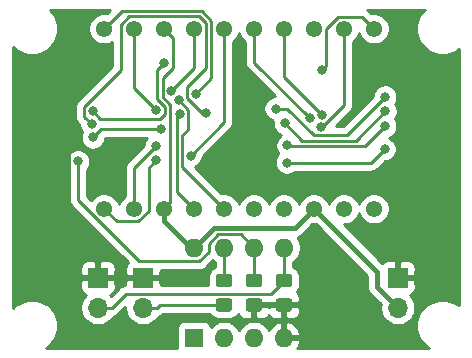
<source format=gbr>
%TF.GenerationSoftware,KiCad,Pcbnew,(5.1.6)-1*%
%TF.CreationDate,2021-03-31T10:32:31-04:00*%
%TF.ProjectId,Turbo-Display-V2,54757262-6f2d-4446-9973-706c61792d56,rev?*%
%TF.SameCoordinates,Original*%
%TF.FileFunction,Copper,L2,Bot*%
%TF.FilePolarity,Positive*%
%FSLAX46Y46*%
G04 Gerber Fmt 4.6, Leading zero omitted, Abs format (unit mm)*
G04 Created by KiCad (PCBNEW (5.1.6)-1) date 2021-03-31 10:32:31*
%MOMM*%
%LPD*%
G01*
G04 APERTURE LIST*
%TA.AperFunction,ComponentPad*%
%ADD10C,1.381000*%
%TD*%
%TA.AperFunction,ComponentPad*%
%ADD11O,1.700000X1.700000*%
%TD*%
%TA.AperFunction,ComponentPad*%
%ADD12R,1.700000X1.700000*%
%TD*%
%TA.AperFunction,ComponentPad*%
%ADD13R,1.600000X1.600000*%
%TD*%
%TA.AperFunction,ComponentPad*%
%ADD14O,1.600000X1.600000*%
%TD*%
%TA.AperFunction,ViaPad*%
%ADD15C,0.800000*%
%TD*%
%TA.AperFunction,Conductor*%
%ADD16C,0.250000*%
%TD*%
%TA.AperFunction,Conductor*%
%ADD17C,0.400000*%
%TD*%
%TA.AperFunction,Conductor*%
%ADD18C,0.254000*%
%TD*%
G04 APERTURE END LIST*
%TO.P,C3,1*%
%TO.N,GND*%
%TA.AperFunction,SMDPad,CuDef*%
G36*
G01*
X101542001Y-99390000D02*
X100641999Y-99390000D01*
G75*
G02*
X100392000Y-99140001I0J249999D01*
G01*
X100392000Y-98489999D01*
G75*
G02*
X100641999Y-98240000I249999J0D01*
G01*
X101542001Y-98240000D01*
G75*
G02*
X101792000Y-98489999I0J-249999D01*
G01*
X101792000Y-99140001D01*
G75*
G02*
X101542001Y-99390000I-249999J0D01*
G01*
G37*
%TD.AperFunction*%
%TO.P,C3,2*%
%TO.N,Net-(C3-Pad2)*%
%TA.AperFunction,SMDPad,CuDef*%
G36*
G01*
X101542001Y-97340000D02*
X100641999Y-97340000D01*
G75*
G02*
X100392000Y-97090001I0J249999D01*
G01*
X100392000Y-96439999D01*
G75*
G02*
X100641999Y-96190000I249999J0D01*
G01*
X101542001Y-96190000D01*
G75*
G02*
X101792000Y-96439999I0J-249999D01*
G01*
X101792000Y-97090001D01*
G75*
G02*
X101542001Y-97340000I-249999J0D01*
G01*
G37*
%TD.AperFunction*%
%TD*%
D10*
%TO.P,DS1_LSB1,1*%
%TO.N,Net-(DS1_LSB1-Pad1)*%
X88392000Y-75438000D03*
%TO.P,DS1_LSB1,2*%
%TO.N,Net-(DS1_LSB1-Pad2)*%
X90932000Y-75438000D03*
%TO.P,DS1_LSB1,3*%
%TO.N,+5V*%
X93472000Y-75438000D03*
%TO.P,DS1_LSB1,4*%
%TO.N,Net-(DS1_LSB1-Pad4)*%
X96012000Y-75438000D03*
%TO.P,DS1_LSB1,5*%
%TO.N,Net-(DS1_LSB1-Pad5)*%
X98552000Y-75438000D03*
%TO.P,DS1_LSB1,6*%
%TO.N,Net-(DS1_LSB1-Pad6)*%
X98552000Y-90678000D03*
%TO.P,DS1_LSB1,7*%
%TO.N,Net-(DS1_LSB1-Pad7)*%
X96012000Y-90678000D03*
%TO.P,DS1_LSB1,8*%
%TO.N,+5V*%
X93472000Y-90678000D03*
%TO.P,DS1_LSB1,9*%
%TO.N,Net-(DS1_LSB1-Pad9)*%
X90932000Y-90678000D03*
%TO.P,DS1_LSB1,10*%
%TO.N,Net-(DS1_LSB1-Pad10)*%
X88392000Y-90678000D03*
%TD*%
%TO.P,DS2_MSB1,10*%
%TO.N,Net-(DS2_MSB1-Pad10)*%
X101092000Y-90678000D03*
%TO.P,DS2_MSB1,9*%
%TO.N,Net-(DS2_MSB1-Pad9)*%
X103632000Y-90678000D03*
%TO.P,DS2_MSB1,8*%
%TO.N,+5V*%
X106172000Y-90678000D03*
%TO.P,DS2_MSB1,7*%
%TO.N,Net-(DS2_MSB1-Pad7)*%
X108712000Y-90678000D03*
%TO.P,DS2_MSB1,6*%
%TO.N,Net-(DS2_MSB1-Pad6)*%
X111252000Y-90678000D03*
%TO.P,DS2_MSB1,5*%
%TO.N,Net-(DS2_MSB1-Pad5)*%
X111252000Y-75438000D03*
%TO.P,DS2_MSB1,4*%
%TO.N,Net-(DS2_MSB1-Pad4)*%
X108712000Y-75438000D03*
%TO.P,DS2_MSB1,3*%
%TO.N,+5V*%
X106172000Y-75438000D03*
%TO.P,DS2_MSB1,2*%
%TO.N,Net-(DS2_MSB1-Pad2)*%
X103632000Y-75438000D03*
%TO.P,DS2_MSB1,1*%
%TO.N,Net-(DS2_MSB1-Pad1)*%
X101092000Y-75438000D03*
%TD*%
D11*
%TO.P,J1,2*%
%TO.N,+5V*%
X113284000Y-99060000D03*
D12*
%TO.P,J1,1*%
%TO.N,GND*%
X113284000Y-96520000D03*
%TD*%
%TO.P,J2,1*%
%TO.N,GND*%
X87884000Y-96520000D03*
D11*
%TO.P,J2,2*%
%TO.N,Net-(J2-Pad2)*%
X87884000Y-99060000D03*
%TD*%
D12*
%TO.P,J3,1*%
%TO.N,GND*%
X91694000Y-96520000D03*
D11*
%TO.P,J3,2*%
%TO.N,Net-(J3-Pad2)*%
X91694000Y-99060000D03*
%TD*%
%TO.P,R1,1*%
%TO.N,Net-(J2-Pad2)*%
%TA.AperFunction,SMDPad,CuDef*%
G36*
G01*
X103181999Y-96190000D02*
X104082001Y-96190000D01*
G75*
G02*
X104332000Y-96439999I0J-249999D01*
G01*
X104332000Y-97090001D01*
G75*
G02*
X104082001Y-97340000I-249999J0D01*
G01*
X103181999Y-97340000D01*
G75*
G02*
X102932000Y-97090001I0J249999D01*
G01*
X102932000Y-96439999D01*
G75*
G02*
X103181999Y-96190000I249999J0D01*
G01*
G37*
%TD.AperFunction*%
%TO.P,R1,2*%
%TO.N,GND*%
%TA.AperFunction,SMDPad,CuDef*%
G36*
G01*
X103181999Y-98240000D02*
X104082001Y-98240000D01*
G75*
G02*
X104332000Y-98489999I0J-249999D01*
G01*
X104332000Y-99140001D01*
G75*
G02*
X104082001Y-99390000I-249999J0D01*
G01*
X103181999Y-99390000D01*
G75*
G02*
X102932000Y-99140001I0J249999D01*
G01*
X102932000Y-98489999D01*
G75*
G02*
X103181999Y-98240000I249999J0D01*
G01*
G37*
%TD.AperFunction*%
%TD*%
%TO.P,R2,2*%
%TO.N,Net-(R2-Pad2)*%
%TA.AperFunction,SMDPad,CuDef*%
G36*
G01*
X99002001Y-97340000D02*
X98101999Y-97340000D01*
G75*
G02*
X97852000Y-97090001I0J249999D01*
G01*
X97852000Y-96439999D01*
G75*
G02*
X98101999Y-96190000I249999J0D01*
G01*
X99002001Y-96190000D01*
G75*
G02*
X99252000Y-96439999I0J-249999D01*
G01*
X99252000Y-97090001D01*
G75*
G02*
X99002001Y-97340000I-249999J0D01*
G01*
G37*
%TD.AperFunction*%
%TO.P,R2,1*%
%TO.N,Net-(J3-Pad2)*%
%TA.AperFunction,SMDPad,CuDef*%
G36*
G01*
X99002001Y-99390000D02*
X98101999Y-99390000D01*
G75*
G02*
X97852000Y-99140001I0J249999D01*
G01*
X97852000Y-98489999D01*
G75*
G02*
X98101999Y-98240000I249999J0D01*
G01*
X99002001Y-98240000D01*
G75*
G02*
X99252000Y-98489999I0J-249999D01*
G01*
X99252000Y-99140001D01*
G75*
G02*
X99002001Y-99390000I-249999J0D01*
G01*
G37*
%TD.AperFunction*%
%TD*%
D13*
%TO.P,U1,1*%
%TO.N,Net-(U1-Pad1)*%
X96012000Y-101600000D03*
D14*
%TO.P,U1,5*%
%TO.N,Net-(J2-Pad2)*%
X103632000Y-93980000D03*
%TO.P,U1,2*%
%TO.N,Net-(U1-Pad2)*%
X98552000Y-101600000D03*
%TO.P,U1,6*%
%TO.N,Net-(C3-Pad2)*%
X101092000Y-93980000D03*
%TO.P,U1,3*%
%TO.N,Net-(U1-Pad3)*%
X101092000Y-101600000D03*
%TO.P,U1,7*%
%TO.N,Net-(R2-Pad2)*%
X98552000Y-93980000D03*
%TO.P,U1,4*%
%TO.N,GND*%
X103632000Y-101600000D03*
%TO.P,U1,8*%
%TO.N,+5V*%
X96012000Y-93980000D03*
%TD*%
D15*
%TO.N,GND*%
X87433800Y-79214800D03*
X85473300Y-83666100D03*
%TO.N,Net-(C3-Pad2)*%
X86200500Y-86676000D03*
%TO.N,Net-(DS1_LSB1-Pad1)*%
X96183900Y-80936500D03*
%TO.N,Net-(DS1_LSB1-Pad2)*%
X92807800Y-82341600D03*
%TO.N,Net-(DS1_LSB1-Pad4)*%
X94101400Y-80695400D03*
%TO.N,Net-(DS1_LSB1-Pad5)*%
X95727700Y-86173900D03*
%TO.N,Net-(DS1_LSB1-Pad6)*%
X94715000Y-81496700D03*
%TO.N,Net-(DS1_LSB1-Pad7)*%
X94803000Y-82639400D03*
%TO.N,Net-(DS1_LSB1-Pad9)*%
X92804200Y-85339800D03*
%TO.N,Net-(DS1_LSB1-Pad10)*%
X92832500Y-86587400D03*
%TO.N,Net-(DS2_MSB1-Pad5)*%
X106830300Y-78907300D03*
%TO.N,Net-(DS2_MSB1-Pad4)*%
X106792600Y-83730400D03*
%TO.N,Net-(DS2_MSB1-Pad2)*%
X106822300Y-82730000D03*
%TO.N,Net-(DS2_MSB1-Pad1)*%
X105802600Y-83028200D03*
%TO.N,Net-(RN1-Pad4)*%
X93260800Y-83928100D03*
X87444000Y-84639000D03*
%TO.N,Net-(RN1-Pad5)*%
X97050200Y-82535500D03*
X87348900Y-83531000D03*
%TO.N,Net-(RN1-Pad6)*%
X93458400Y-78324000D03*
X87437300Y-82423000D03*
%TO.N,Net-(RN2-Pad7)*%
X103879900Y-86765200D03*
X112151100Y-85620900D03*
%TO.N,Net-(RN2-Pad6)*%
X103922700Y-85311800D03*
X112193100Y-83693000D03*
%TO.N,Net-(RN2-Pad5)*%
X103726400Y-83457200D03*
X112223200Y-82423000D03*
%TO.N,Net-(RN2-Pad4)*%
X102930700Y-82198200D03*
X112194600Y-81192000D03*
%TD*%
D16*
%TO.N,+5V*%
X93472000Y-75438000D02*
X94230400Y-76196400D01*
X94230400Y-76196400D02*
X94230400Y-78759400D01*
X94230400Y-78759400D02*
X93376000Y-79613800D01*
X93376000Y-79613800D02*
X93376000Y-81247000D01*
X93376000Y-81247000D02*
X93987300Y-81858300D01*
X93987300Y-90517000D02*
X93830800Y-90673500D01*
X93826300Y-90678000D02*
X93830800Y-90673500D01*
D17*
X113284000Y-99060000D02*
X111506000Y-97282000D01*
X111506000Y-96012000D02*
X106172000Y-90678000D01*
X111506000Y-97282000D02*
X111506000Y-96012000D01*
X104528410Y-92321590D02*
X106172000Y-90678000D01*
X97670410Y-92321590D02*
X104528410Y-92321590D01*
X96012000Y-93980000D02*
X97670410Y-92321590D01*
X93472000Y-90678000D02*
X93472000Y-91694000D01*
X95758000Y-93980000D02*
X96012000Y-93980000D01*
X93472000Y-91694000D02*
X95758000Y-93980000D01*
D16*
X93985801Y-90164199D02*
X93472000Y-90678000D01*
X93987300Y-83812700D02*
X93985801Y-83814199D01*
X93985801Y-83814199D02*
X93985801Y-90164199D01*
X93987300Y-81858300D02*
X93987300Y-83812700D01*
%TO.N,GND*%
X85473300Y-83666100D02*
X85473300Y-81175300D01*
X85473300Y-81175300D02*
X87433800Y-79214800D01*
X87884000Y-96520000D02*
X87884000Y-95344700D01*
X87884000Y-95344700D02*
X85473300Y-92934000D01*
X85473300Y-92934000D02*
X85473300Y-83666100D01*
X103632000Y-98815000D02*
X101092000Y-98815000D01*
X103632000Y-101600000D02*
X103632000Y-98815000D01*
%TO.N,Net-(C3-Pad2)*%
X100529400Y-93980000D02*
X101092000Y-94542600D01*
X101092000Y-94542600D02*
X101092000Y-96765000D01*
X101092000Y-93980000D02*
X100529400Y-93980000D01*
X97282000Y-93641800D02*
X98077200Y-92846600D01*
X86200500Y-89936500D02*
X91397500Y-95133500D01*
X98077200Y-92846600D02*
X99958600Y-92846600D01*
X86200500Y-86676000D02*
X86200500Y-89936500D01*
X96450300Y-95133500D02*
X97282000Y-94301800D01*
X91397500Y-95133500D02*
X96450300Y-95133500D01*
X99958600Y-92846600D02*
X101092000Y-93980000D01*
X97282000Y-94301800D02*
X97282000Y-93641800D01*
%TO.N,Net-(DS1_LSB1-Pad1)*%
X96183900Y-80936500D02*
X97492600Y-79627800D01*
X97492600Y-79627800D02*
X97492600Y-74781300D01*
X97492600Y-74781300D02*
X96657200Y-73945900D01*
X96657200Y-73945900D02*
X89884100Y-73945900D01*
X89884100Y-73945900D02*
X88392000Y-75438000D01*
%TO.N,Net-(DS1_LSB1-Pad2)*%
X90932000Y-75438000D02*
X90932000Y-80465800D01*
X90932000Y-80465800D02*
X92807800Y-82341600D01*
%TO.N,Net-(DS1_LSB1-Pad4)*%
X96012000Y-75438000D02*
X96012000Y-78784800D01*
X96012000Y-78784800D02*
X94101400Y-80695400D01*
%TO.N,Net-(DS1_LSB1-Pad5)*%
X95727700Y-86173900D02*
X98552000Y-83349600D01*
X98552000Y-83349600D02*
X98552000Y-75438000D01*
%TO.N,Net-(DS1_LSB1-Pad6)*%
X98552000Y-90678000D02*
X95002300Y-87128300D01*
X95002300Y-87128300D02*
X95002300Y-84486200D01*
X95002300Y-84486200D02*
X95528300Y-83960200D01*
X95528300Y-83960200D02*
X95528300Y-82310000D01*
X95528300Y-82310000D02*
X94715000Y-81496700D01*
%TO.N,Net-(DS1_LSB1-Pad7)*%
X96012000Y-90678000D02*
X94551900Y-89217900D01*
X94551900Y-89217900D02*
X94551900Y-82890500D01*
X94551900Y-82890500D02*
X94803000Y-82639400D01*
%TO.N,Net-(DS1_LSB1-Pad9)*%
X92804200Y-85339800D02*
X90932000Y-87212000D01*
X90932000Y-87212000D02*
X90932000Y-90678000D01*
%TO.N,Net-(DS1_LSB1-Pad10)*%
X88392000Y-90678000D02*
X89459200Y-91745200D01*
X89459200Y-91745200D02*
X91309300Y-91745200D01*
X91309300Y-91745200D02*
X92206500Y-90848000D01*
X92206500Y-90848000D02*
X92206500Y-87213400D01*
X92206500Y-87213400D02*
X92832500Y-86587400D01*
%TO.N,Net-(DS2_MSB1-Pad5)*%
X106830300Y-78907300D02*
X107187900Y-78549700D01*
X107187900Y-78549700D02*
X107187900Y-75465600D01*
X107187900Y-75465600D02*
X108231400Y-74422100D01*
X108231400Y-74422100D02*
X110236100Y-74422100D01*
X110236100Y-74422100D02*
X111252000Y-75438000D01*
%TO.N,Net-(DS2_MSB1-Pad4)*%
X108712000Y-75438000D02*
X108712000Y-81911000D01*
X108712000Y-81911000D02*
X106892600Y-83730400D01*
X106892600Y-83730400D02*
X106792600Y-83730400D01*
%TO.N,Net-(DS2_MSB1-Pad2)*%
X103632000Y-75438000D02*
X103632000Y-79539700D01*
X103632000Y-79539700D02*
X106822300Y-82730000D01*
%TO.N,Net-(DS2_MSB1-Pad1)*%
X105802600Y-83028200D02*
X101092000Y-78317600D01*
X101092000Y-78317600D02*
X101092000Y-75438000D01*
%TO.N,Net-(J2-Pad2)*%
X87884000Y-99060000D02*
X89059300Y-99060000D01*
X89059300Y-99060000D02*
X90234600Y-97884700D01*
X90234600Y-97884700D02*
X102512300Y-97884700D01*
X102512300Y-97884700D02*
X103632000Y-96765000D01*
X103632000Y-93980000D02*
X103632000Y-96765000D01*
%TO.N,Net-(J3-Pad2)*%
X91694000Y-99060000D02*
X92869300Y-99060000D01*
X98552000Y-98815000D02*
X93114300Y-98815000D01*
X93114300Y-98815000D02*
X92869300Y-99060000D01*
%TO.N,Net-(R2-Pad2)*%
X98552000Y-93980000D02*
X98552000Y-96765000D01*
%TO.N,Net-(RN1-Pad4)*%
X93260800Y-83928100D02*
X88154900Y-83928100D01*
X88154900Y-83928100D02*
X87444000Y-84639000D01*
%TO.N,Net-(RN1-Pad5)*%
X87348900Y-83531000D02*
X86709700Y-82891800D01*
X86709700Y-82891800D02*
X86709700Y-82041400D01*
X86709700Y-82041400D02*
X89821200Y-78929900D01*
X89821200Y-78929900D02*
X89821200Y-75104600D01*
X89821200Y-75104600D02*
X90529600Y-74396200D01*
X90529600Y-74396200D02*
X96470600Y-74396200D01*
X96470600Y-74396200D02*
X97042300Y-74967900D01*
X97042300Y-74967900D02*
X97042300Y-78780400D01*
X97042300Y-78780400D02*
X95458500Y-80364200D01*
X95458500Y-80364200D02*
X95458500Y-81273600D01*
X95458500Y-81273600D02*
X96720400Y-82535500D01*
X96720400Y-82535500D02*
X97050200Y-82535500D01*
%TO.N,Net-(RN1-Pad6)*%
X93458400Y-78324000D02*
X92852300Y-78930100D01*
X92852300Y-78930100D02*
X92852300Y-81360200D01*
X92852300Y-81360200D02*
X93536900Y-82044800D01*
X93536900Y-82044800D02*
X93536900Y-82691600D01*
X93536900Y-82691600D02*
X93161500Y-83067000D01*
X93161500Y-83067000D02*
X88081300Y-83067000D01*
X88081300Y-83067000D02*
X87437300Y-82423000D01*
%TO.N,Net-(RN2-Pad7)*%
X103879900Y-86765200D02*
X111006800Y-86765200D01*
X111006800Y-86765200D02*
X112151100Y-85620900D01*
%TO.N,Net-(RN2-Pad6)*%
X103922700Y-85311800D02*
X103967600Y-85356700D01*
X103967600Y-85356700D02*
X110529400Y-85356700D01*
X110529400Y-85356700D02*
X112193100Y-83693000D01*
%TO.N,Net-(RN2-Pad5)*%
X112223200Y-82423000D02*
X109739900Y-84906300D01*
X109739900Y-84906300D02*
X105175500Y-84906300D01*
X105175500Y-84906300D02*
X103726400Y-83457200D01*
%TO.N,Net-(RN2-Pad4)*%
X102930700Y-82198200D02*
X103888000Y-82198200D01*
X103888000Y-82198200D02*
X106145600Y-84455800D01*
X106145600Y-84455800D02*
X108930800Y-84455800D01*
X108930800Y-84455800D02*
X112194600Y-81192000D01*
%TD*%
D18*
%TO.N,GND*%
G36*
X88622765Y-74132434D02*
G01*
X88522550Y-74112500D01*
X88261450Y-74112500D01*
X88005366Y-74163438D01*
X87764140Y-74263357D01*
X87547043Y-74408417D01*
X87362417Y-74593043D01*
X87217357Y-74810140D01*
X87117438Y-75051366D01*
X87066500Y-75307450D01*
X87066500Y-75568550D01*
X87117438Y-75824634D01*
X87217357Y-76065860D01*
X87362417Y-76282957D01*
X87547043Y-76467583D01*
X87764140Y-76612643D01*
X88005366Y-76712562D01*
X88261450Y-76763500D01*
X88522550Y-76763500D01*
X88778634Y-76712562D01*
X89019860Y-76612643D01*
X89061201Y-76585020D01*
X89061200Y-78615097D01*
X86198698Y-81477601D01*
X86169700Y-81501399D01*
X86145902Y-81530397D01*
X86145901Y-81530398D01*
X86074726Y-81617124D01*
X86004154Y-81749154D01*
X85979645Y-81829954D01*
X85960698Y-81892414D01*
X85949700Y-82004067D01*
X85949700Y-82004078D01*
X85946024Y-82041400D01*
X85949700Y-82078722D01*
X85949700Y-82854478D01*
X85946024Y-82891800D01*
X85949700Y-82929122D01*
X85949700Y-82929132D01*
X85960697Y-83040785D01*
X85994736Y-83152999D01*
X86004154Y-83184046D01*
X86074726Y-83316076D01*
X86102240Y-83349601D01*
X86169699Y-83431801D01*
X86198702Y-83455603D01*
X86313900Y-83570801D01*
X86313900Y-83632939D01*
X86353674Y-83832898D01*
X86431695Y-84021256D01*
X86523000Y-84157905D01*
X86448774Y-84337102D01*
X86409000Y-84537061D01*
X86409000Y-84740939D01*
X86448774Y-84940898D01*
X86526795Y-85129256D01*
X86640063Y-85298774D01*
X86784226Y-85442937D01*
X86953744Y-85556205D01*
X87142102Y-85634226D01*
X87342061Y-85674000D01*
X87545939Y-85674000D01*
X87745898Y-85634226D01*
X87934256Y-85556205D01*
X88103774Y-85442937D01*
X88247937Y-85298774D01*
X88361205Y-85129256D01*
X88439226Y-84940898D01*
X88479000Y-84740939D01*
X88479000Y-84688100D01*
X91994868Y-84688100D01*
X91886995Y-84849544D01*
X91808974Y-85037902D01*
X91769200Y-85237861D01*
X91769200Y-85299998D01*
X90421003Y-86648196D01*
X90391999Y-86671999D01*
X90339158Y-86736386D01*
X90297026Y-86787724D01*
X90296278Y-86789124D01*
X90226454Y-86919754D01*
X90182997Y-87063015D01*
X90172000Y-87174668D01*
X90172000Y-87174678D01*
X90168324Y-87212000D01*
X90172000Y-87249323D01*
X90172001Y-89591650D01*
X90087043Y-89648417D01*
X89902417Y-89833043D01*
X89757357Y-90050140D01*
X89662000Y-90280352D01*
X89566643Y-90050140D01*
X89421583Y-89833043D01*
X89236957Y-89648417D01*
X89019860Y-89503357D01*
X88778634Y-89403438D01*
X88522550Y-89352500D01*
X88261450Y-89352500D01*
X88005366Y-89403438D01*
X87764140Y-89503357D01*
X87547043Y-89648417D01*
X87362417Y-89833043D01*
X87286084Y-89947283D01*
X86960500Y-89621699D01*
X86960500Y-87379711D01*
X87004437Y-87335774D01*
X87117705Y-87166256D01*
X87195726Y-86977898D01*
X87235500Y-86777939D01*
X87235500Y-86574061D01*
X87195726Y-86374102D01*
X87117705Y-86185744D01*
X87004437Y-86016226D01*
X86860274Y-85872063D01*
X86690756Y-85758795D01*
X86502398Y-85680774D01*
X86302439Y-85641000D01*
X86098561Y-85641000D01*
X85898602Y-85680774D01*
X85710244Y-85758795D01*
X85540726Y-85872063D01*
X85396563Y-86016226D01*
X85283295Y-86185744D01*
X85205274Y-86374102D01*
X85165500Y-86574061D01*
X85165500Y-86777939D01*
X85205274Y-86977898D01*
X85283295Y-87166256D01*
X85396563Y-87335774D01*
X85440500Y-87379711D01*
X85440501Y-89899168D01*
X85436824Y-89936500D01*
X85440501Y-89973833D01*
X85451498Y-90085486D01*
X85464680Y-90128942D01*
X85494954Y-90228746D01*
X85565526Y-90360776D01*
X85636701Y-90447502D01*
X85660500Y-90476501D01*
X85689498Y-90500299D01*
X90401162Y-95211964D01*
X90392815Y-95218815D01*
X90313463Y-95315506D01*
X90254498Y-95425820D01*
X90218188Y-95545518D01*
X90205928Y-95670000D01*
X90209000Y-96234250D01*
X90367750Y-96393000D01*
X91567000Y-96393000D01*
X91567000Y-96373000D01*
X91821000Y-96373000D01*
X91821000Y-96393000D01*
X93020250Y-96393000D01*
X93179000Y-96234250D01*
X93180855Y-95893500D01*
X96412978Y-95893500D01*
X96450300Y-95897176D01*
X96487622Y-95893500D01*
X96487633Y-95893500D01*
X96599286Y-95882503D01*
X96742547Y-95839046D01*
X96874576Y-95768474D01*
X96990301Y-95673501D01*
X97014103Y-95644498D01*
X97600603Y-95057999D01*
X97637241Y-95094637D01*
X97792000Y-95198044D01*
X97792001Y-95610473D01*
X97762149Y-95619528D01*
X97608613Y-95701595D01*
X97474038Y-95812038D01*
X97363595Y-95946613D01*
X97281528Y-96100149D01*
X97230992Y-96266745D01*
X97213928Y-96439999D01*
X97213928Y-97090001D01*
X97217346Y-97124700D01*
X93180736Y-97124700D01*
X93179000Y-96805750D01*
X93020250Y-96647000D01*
X91821000Y-96647000D01*
X91821000Y-96667000D01*
X91567000Y-96667000D01*
X91567000Y-96647000D01*
X90367750Y-96647000D01*
X90209000Y-96805750D01*
X90207269Y-97123716D01*
X90197276Y-97124700D01*
X90197267Y-97124700D01*
X90085614Y-97135697D01*
X89942353Y-97179154D01*
X89810324Y-97249726D01*
X89694599Y-97344699D01*
X89670801Y-97373697D01*
X88984303Y-98060196D01*
X88905620Y-97981513D01*
X88978180Y-97959502D01*
X89088494Y-97900537D01*
X89185185Y-97821185D01*
X89264537Y-97724494D01*
X89323502Y-97614180D01*
X89359812Y-97494482D01*
X89372072Y-97370000D01*
X89369000Y-96805750D01*
X89210250Y-96647000D01*
X88011000Y-96647000D01*
X88011000Y-96667000D01*
X87757000Y-96667000D01*
X87757000Y-96647000D01*
X86557750Y-96647000D01*
X86399000Y-96805750D01*
X86395928Y-97370000D01*
X86408188Y-97494482D01*
X86444498Y-97614180D01*
X86503463Y-97724494D01*
X86582815Y-97821185D01*
X86679506Y-97900537D01*
X86789820Y-97959502D01*
X86862380Y-97981513D01*
X86730525Y-98113368D01*
X86568010Y-98356589D01*
X86456068Y-98626842D01*
X86399000Y-98913740D01*
X86399000Y-99206260D01*
X86456068Y-99493158D01*
X86568010Y-99763411D01*
X86730525Y-100006632D01*
X86937368Y-100213475D01*
X87180589Y-100375990D01*
X87450842Y-100487932D01*
X87737740Y-100545000D01*
X88030260Y-100545000D01*
X88317158Y-100487932D01*
X88587411Y-100375990D01*
X88830632Y-100213475D01*
X89037475Y-100006632D01*
X89166796Y-99813089D01*
X89208286Y-99809003D01*
X89351547Y-99765546D01*
X89483576Y-99694974D01*
X89599301Y-99600001D01*
X89623104Y-99570997D01*
X90209000Y-98985102D01*
X90209000Y-99206260D01*
X90266068Y-99493158D01*
X90378010Y-99763411D01*
X90540525Y-100006632D01*
X90747368Y-100213475D01*
X90990589Y-100375990D01*
X91260842Y-100487932D01*
X91547740Y-100545000D01*
X91840260Y-100545000D01*
X92127158Y-100487932D01*
X92397411Y-100375990D01*
X92640632Y-100213475D01*
X92847475Y-100006632D01*
X92976796Y-99813089D01*
X93018286Y-99809003D01*
X93161547Y-99765546D01*
X93293576Y-99694974D01*
X93409301Y-99600001D01*
X93429819Y-99575000D01*
X97332386Y-99575000D01*
X97363595Y-99633387D01*
X97474038Y-99767962D01*
X97608613Y-99878405D01*
X97762149Y-99960472D01*
X97928745Y-100011008D01*
X98101999Y-100028072D01*
X99002001Y-100028072D01*
X99175255Y-100011008D01*
X99341851Y-99960472D01*
X99495387Y-99878405D01*
X99629962Y-99767962D01*
X99740405Y-99633387D01*
X99779864Y-99559565D01*
X99802498Y-99634180D01*
X99861463Y-99744494D01*
X99940815Y-99841185D01*
X100037506Y-99920537D01*
X100147820Y-99979502D01*
X100267518Y-100015812D01*
X100392000Y-100028072D01*
X100806250Y-100025000D01*
X100965000Y-99866250D01*
X100965000Y-98942000D01*
X101219000Y-98942000D01*
X101219000Y-99866250D01*
X101377750Y-100025000D01*
X101792000Y-100028072D01*
X101916482Y-100015812D01*
X102036180Y-99979502D01*
X102146494Y-99920537D01*
X102243185Y-99841185D01*
X102322537Y-99744494D01*
X102362000Y-99670665D01*
X102401463Y-99744494D01*
X102480815Y-99841185D01*
X102577506Y-99920537D01*
X102687820Y-99979502D01*
X102807518Y-100015812D01*
X102932000Y-100028072D01*
X103346250Y-100025000D01*
X103505000Y-99866250D01*
X103505000Y-98942000D01*
X103759000Y-98942000D01*
X103759000Y-99866250D01*
X103917750Y-100025000D01*
X104332000Y-100028072D01*
X104456482Y-100015812D01*
X104576180Y-99979502D01*
X104686494Y-99920537D01*
X104783185Y-99841185D01*
X104862537Y-99744494D01*
X104921502Y-99634180D01*
X104957812Y-99514482D01*
X104970072Y-99390000D01*
X104967000Y-99100750D01*
X104808250Y-98942000D01*
X103759000Y-98942000D01*
X103505000Y-98942000D01*
X102455750Y-98942000D01*
X102362000Y-99035750D01*
X102268250Y-98942000D01*
X101219000Y-98942000D01*
X100965000Y-98942000D01*
X100945000Y-98942000D01*
X100945000Y-98688000D01*
X100965000Y-98688000D01*
X100965000Y-98668000D01*
X101219000Y-98668000D01*
X101219000Y-98688000D01*
X102268250Y-98688000D01*
X102311550Y-98644700D01*
X102412450Y-98644700D01*
X102455750Y-98688000D01*
X103505000Y-98688000D01*
X103505000Y-98668000D01*
X103759000Y-98668000D01*
X103759000Y-98688000D01*
X104808250Y-98688000D01*
X104967000Y-98529250D01*
X104970072Y-98240000D01*
X104957812Y-98115518D01*
X104921502Y-97995820D01*
X104862537Y-97885506D01*
X104783185Y-97788815D01*
X104703406Y-97723342D01*
X104709962Y-97717962D01*
X104820405Y-97583387D01*
X104902472Y-97429851D01*
X104953008Y-97263255D01*
X104970072Y-97090001D01*
X104970072Y-96439999D01*
X104953008Y-96266745D01*
X104902472Y-96100149D01*
X104820405Y-95946613D01*
X104709962Y-95812038D01*
X104575387Y-95701595D01*
X104421851Y-95619528D01*
X104392000Y-95610473D01*
X104392000Y-95198043D01*
X104546759Y-95094637D01*
X104746637Y-94894759D01*
X104903680Y-94659727D01*
X105011853Y-94398574D01*
X105067000Y-94121335D01*
X105067000Y-93838665D01*
X105011853Y-93561426D01*
X104903680Y-93300273D01*
X104781484Y-93117393D01*
X104849497Y-93096762D01*
X104994556Y-93019226D01*
X105121701Y-92914881D01*
X105147856Y-92883011D01*
X106029704Y-92001164D01*
X106041450Y-92003500D01*
X106302550Y-92003500D01*
X106314296Y-92001164D01*
X110671001Y-96357869D01*
X110671000Y-97240981D01*
X110666960Y-97282000D01*
X110671000Y-97323018D01*
X110683082Y-97445688D01*
X110730828Y-97603086D01*
X110808364Y-97748145D01*
X110912709Y-97875291D01*
X110944579Y-97901446D01*
X111825193Y-98782061D01*
X111799000Y-98913740D01*
X111799000Y-99206260D01*
X111856068Y-99493158D01*
X111968010Y-99763411D01*
X112130525Y-100006632D01*
X112337368Y-100213475D01*
X112580589Y-100375990D01*
X112850842Y-100487932D01*
X113137740Y-100545000D01*
X113430260Y-100545000D01*
X113717158Y-100487932D01*
X113987411Y-100375990D01*
X114230632Y-100213475D01*
X114437475Y-100006632D01*
X114599990Y-99763411D01*
X114711932Y-99493158D01*
X114769000Y-99206260D01*
X114769000Y-98913740D01*
X114711932Y-98626842D01*
X114599990Y-98356589D01*
X114437475Y-98113368D01*
X114305620Y-97981513D01*
X114378180Y-97959502D01*
X114488494Y-97900537D01*
X114585185Y-97821185D01*
X114664537Y-97724494D01*
X114723502Y-97614180D01*
X114759812Y-97494482D01*
X114772072Y-97370000D01*
X114769000Y-96805750D01*
X114610250Y-96647000D01*
X113411000Y-96647000D01*
X113411000Y-96667000D01*
X113157000Y-96667000D01*
X113157000Y-96647000D01*
X113137000Y-96647000D01*
X113137000Y-96393000D01*
X113157000Y-96393000D01*
X113157000Y-95193750D01*
X113411000Y-95193750D01*
X113411000Y-96393000D01*
X114610250Y-96393000D01*
X114769000Y-96234250D01*
X114772072Y-95670000D01*
X114759812Y-95545518D01*
X114723502Y-95425820D01*
X114664537Y-95315506D01*
X114585185Y-95218815D01*
X114488494Y-95139463D01*
X114378180Y-95080498D01*
X114258482Y-95044188D01*
X114134000Y-95031928D01*
X113569750Y-95035000D01*
X113411000Y-95193750D01*
X113157000Y-95193750D01*
X112998250Y-95035000D01*
X112434000Y-95031928D01*
X112309518Y-95044188D01*
X112189820Y-95080498D01*
X112079506Y-95139463D01*
X111982815Y-95218815D01*
X111942638Y-95267770D01*
X108678367Y-92003500D01*
X108842550Y-92003500D01*
X109098634Y-91952562D01*
X109339860Y-91852643D01*
X109556957Y-91707583D01*
X109741583Y-91522957D01*
X109886643Y-91305860D01*
X109982000Y-91075648D01*
X110077357Y-91305860D01*
X110222417Y-91522957D01*
X110407043Y-91707583D01*
X110624140Y-91852643D01*
X110865366Y-91952562D01*
X111121450Y-92003500D01*
X111382550Y-92003500D01*
X111638634Y-91952562D01*
X111879860Y-91852643D01*
X112096957Y-91707583D01*
X112281583Y-91522957D01*
X112426643Y-91305860D01*
X112526562Y-91064634D01*
X112577500Y-90808550D01*
X112577500Y-90547450D01*
X112526562Y-90291366D01*
X112426643Y-90050140D01*
X112281583Y-89833043D01*
X112096957Y-89648417D01*
X111879860Y-89503357D01*
X111638634Y-89403438D01*
X111382550Y-89352500D01*
X111121450Y-89352500D01*
X110865366Y-89403438D01*
X110624140Y-89503357D01*
X110407043Y-89648417D01*
X110222417Y-89833043D01*
X110077357Y-90050140D01*
X109982000Y-90280352D01*
X109886643Y-90050140D01*
X109741583Y-89833043D01*
X109556957Y-89648417D01*
X109339860Y-89503357D01*
X109098634Y-89403438D01*
X108842550Y-89352500D01*
X108581450Y-89352500D01*
X108325366Y-89403438D01*
X108084140Y-89503357D01*
X107867043Y-89648417D01*
X107682417Y-89833043D01*
X107537357Y-90050140D01*
X107442000Y-90280352D01*
X107346643Y-90050140D01*
X107201583Y-89833043D01*
X107016957Y-89648417D01*
X106799860Y-89503357D01*
X106558634Y-89403438D01*
X106302550Y-89352500D01*
X106041450Y-89352500D01*
X105785366Y-89403438D01*
X105544140Y-89503357D01*
X105327043Y-89648417D01*
X105142417Y-89833043D01*
X104997357Y-90050140D01*
X104902000Y-90280352D01*
X104806643Y-90050140D01*
X104661583Y-89833043D01*
X104476957Y-89648417D01*
X104259860Y-89503357D01*
X104018634Y-89403438D01*
X103762550Y-89352500D01*
X103501450Y-89352500D01*
X103245366Y-89403438D01*
X103004140Y-89503357D01*
X102787043Y-89648417D01*
X102602417Y-89833043D01*
X102457357Y-90050140D01*
X102362000Y-90280352D01*
X102266643Y-90050140D01*
X102121583Y-89833043D01*
X101936957Y-89648417D01*
X101719860Y-89503357D01*
X101478634Y-89403438D01*
X101222550Y-89352500D01*
X100961450Y-89352500D01*
X100705366Y-89403438D01*
X100464140Y-89503357D01*
X100247043Y-89648417D01*
X100062417Y-89833043D01*
X99917357Y-90050140D01*
X99822000Y-90280352D01*
X99726643Y-90050140D01*
X99581583Y-89833043D01*
X99396957Y-89648417D01*
X99179860Y-89503357D01*
X98938634Y-89403438D01*
X98682550Y-89352500D01*
X98421450Y-89352500D01*
X98321236Y-89372434D01*
X96092056Y-87143255D01*
X96217956Y-87091105D01*
X96387474Y-86977837D01*
X96531637Y-86833674D01*
X96644905Y-86664156D01*
X96722926Y-86475798D01*
X96762700Y-86275839D01*
X96762700Y-86213701D01*
X99063004Y-83913398D01*
X99092001Y-83889601D01*
X99186974Y-83773876D01*
X99257546Y-83641847D01*
X99301003Y-83498586D01*
X99312000Y-83386933D01*
X99312000Y-83386924D01*
X99315676Y-83349601D01*
X99312000Y-83312278D01*
X99312000Y-76524350D01*
X99396957Y-76467583D01*
X99581583Y-76282957D01*
X99726643Y-76065860D01*
X99822000Y-75835648D01*
X99917357Y-76065860D01*
X100062417Y-76282957D01*
X100247043Y-76467583D01*
X100332001Y-76524350D01*
X100332000Y-78280277D01*
X100328324Y-78317600D01*
X100332000Y-78354922D01*
X100332000Y-78354932D01*
X100342997Y-78466585D01*
X100379534Y-78587032D01*
X100386454Y-78609846D01*
X100457026Y-78741876D01*
X100471409Y-78759401D01*
X100551999Y-78857601D01*
X100581003Y-78881404D01*
X102862798Y-81163200D01*
X102828761Y-81163200D01*
X102628802Y-81202974D01*
X102440444Y-81280995D01*
X102270926Y-81394263D01*
X102126763Y-81538426D01*
X102013495Y-81707944D01*
X101935474Y-81896302D01*
X101895700Y-82096261D01*
X101895700Y-82300139D01*
X101935474Y-82500098D01*
X102013495Y-82688456D01*
X102126763Y-82857974D01*
X102270926Y-83002137D01*
X102440444Y-83115405D01*
X102628802Y-83193426D01*
X102719983Y-83211563D01*
X102691400Y-83355261D01*
X102691400Y-83559139D01*
X102731174Y-83759098D01*
X102809195Y-83947456D01*
X102922463Y-84116974D01*
X103066626Y-84261137D01*
X103236144Y-84374405D01*
X103375976Y-84432326D01*
X103262926Y-84507863D01*
X103118763Y-84652026D01*
X103005495Y-84821544D01*
X102927474Y-85009902D01*
X102887700Y-85209861D01*
X102887700Y-85413739D01*
X102927474Y-85613698D01*
X103005495Y-85802056D01*
X103118763Y-85971574D01*
X103164289Y-86017100D01*
X103075963Y-86105426D01*
X102962695Y-86274944D01*
X102884674Y-86463302D01*
X102844900Y-86663261D01*
X102844900Y-86867139D01*
X102884674Y-87067098D01*
X102962695Y-87255456D01*
X103075963Y-87424974D01*
X103220126Y-87569137D01*
X103389644Y-87682405D01*
X103578002Y-87760426D01*
X103777961Y-87800200D01*
X103981839Y-87800200D01*
X104181798Y-87760426D01*
X104370156Y-87682405D01*
X104539674Y-87569137D01*
X104583611Y-87525200D01*
X110969478Y-87525200D01*
X111006800Y-87528876D01*
X111044122Y-87525200D01*
X111044133Y-87525200D01*
X111155786Y-87514203D01*
X111299047Y-87470746D01*
X111431076Y-87400174D01*
X111546801Y-87305201D01*
X111570604Y-87276198D01*
X112190902Y-86655900D01*
X112253039Y-86655900D01*
X112452998Y-86616126D01*
X112641356Y-86538105D01*
X112810874Y-86424837D01*
X112955037Y-86280674D01*
X113068305Y-86111156D01*
X113146326Y-85922798D01*
X113186100Y-85722839D01*
X113186100Y-85518961D01*
X113146326Y-85319002D01*
X113068305Y-85130644D01*
X112955037Y-84961126D01*
X112810874Y-84816963D01*
X112641356Y-84703695D01*
X112549504Y-84665649D01*
X112683356Y-84610205D01*
X112852874Y-84496937D01*
X112997037Y-84352774D01*
X113110305Y-84183256D01*
X113188326Y-83994898D01*
X113228100Y-83794939D01*
X113228100Y-83591061D01*
X113188326Y-83391102D01*
X113110305Y-83202744D01*
X113028640Y-83080524D01*
X113140405Y-82913256D01*
X113218426Y-82724898D01*
X113258200Y-82524939D01*
X113258200Y-82321061D01*
X113218426Y-82121102D01*
X113140405Y-81932744D01*
X113042420Y-81786098D01*
X113111805Y-81682256D01*
X113189826Y-81493898D01*
X113229600Y-81293939D01*
X113229600Y-81090061D01*
X113189826Y-80890102D01*
X113111805Y-80701744D01*
X112998537Y-80532226D01*
X112854374Y-80388063D01*
X112684856Y-80274795D01*
X112496498Y-80196774D01*
X112296539Y-80157000D01*
X112092661Y-80157000D01*
X111892702Y-80196774D01*
X111704344Y-80274795D01*
X111534826Y-80388063D01*
X111390663Y-80532226D01*
X111277395Y-80701744D01*
X111199374Y-80890102D01*
X111159600Y-81090061D01*
X111159600Y-81152198D01*
X108615999Y-83695800D01*
X108002001Y-83695800D01*
X109223003Y-82474799D01*
X109252001Y-82451001D01*
X109319769Y-82368426D01*
X109346974Y-82335277D01*
X109417546Y-82203247D01*
X109433532Y-82150546D01*
X109461003Y-82059986D01*
X109472000Y-81948333D01*
X109472000Y-81948324D01*
X109475676Y-81911001D01*
X109472000Y-81873678D01*
X109472000Y-76524350D01*
X109556957Y-76467583D01*
X109741583Y-76282957D01*
X109886643Y-76065860D01*
X109982000Y-75835648D01*
X110077357Y-76065860D01*
X110222417Y-76282957D01*
X110407043Y-76467583D01*
X110624140Y-76612643D01*
X110865366Y-76712562D01*
X111121450Y-76763500D01*
X111382550Y-76763500D01*
X111638634Y-76712562D01*
X111879860Y-76612643D01*
X112096957Y-76467583D01*
X112281583Y-76282957D01*
X112426643Y-76065860D01*
X112526562Y-75824634D01*
X112577500Y-75568550D01*
X112577500Y-75307450D01*
X112526562Y-75051366D01*
X112426643Y-74810140D01*
X112281583Y-74593043D01*
X112096957Y-74408417D01*
X111879860Y-74263357D01*
X111638634Y-74163438D01*
X111382550Y-74112500D01*
X111121450Y-74112500D01*
X111021235Y-74132434D01*
X110799904Y-73911102D01*
X110776101Y-73882099D01*
X110690685Y-73812000D01*
X115555490Y-73812000D01*
X115344187Y-74023303D01*
X115101316Y-74386785D01*
X114934023Y-74790665D01*
X114848738Y-75219422D01*
X114848738Y-75656578D01*
X114934023Y-76085335D01*
X115101316Y-76489215D01*
X115344187Y-76852697D01*
X115653303Y-77161813D01*
X116016785Y-77404684D01*
X116420665Y-77571977D01*
X116849422Y-77657262D01*
X117286578Y-77657262D01*
X117715335Y-77571977D01*
X118119215Y-77404684D01*
X118466000Y-77172969D01*
X118466001Y-98849031D01*
X118119215Y-98617316D01*
X117715335Y-98450023D01*
X117286578Y-98364738D01*
X116849422Y-98364738D01*
X116420665Y-98450023D01*
X116016785Y-98617316D01*
X115653303Y-98860187D01*
X115344187Y-99169303D01*
X115101316Y-99532785D01*
X114934023Y-99936665D01*
X114848738Y-100365422D01*
X114848738Y-100802578D01*
X114934023Y-101231335D01*
X115101316Y-101635215D01*
X115344187Y-101998697D01*
X115653303Y-102307813D01*
X115887053Y-102464000D01*
X104776342Y-102464000D01*
X104784385Y-102455131D01*
X104929070Y-102213881D01*
X105023909Y-101949040D01*
X104902624Y-101727000D01*
X103759000Y-101727000D01*
X103759000Y-101747000D01*
X103505000Y-101747000D01*
X103505000Y-101727000D01*
X103485000Y-101727000D01*
X103485000Y-101473000D01*
X103505000Y-101473000D01*
X103505000Y-100330085D01*
X103759000Y-100330085D01*
X103759000Y-101473000D01*
X104902624Y-101473000D01*
X105023909Y-101250960D01*
X104929070Y-100986119D01*
X104784385Y-100744869D01*
X104595414Y-100536481D01*
X104369420Y-100368963D01*
X104115087Y-100248754D01*
X103981039Y-100208096D01*
X103759000Y-100330085D01*
X103505000Y-100330085D01*
X103282961Y-100208096D01*
X103148913Y-100248754D01*
X102894580Y-100368963D01*
X102668586Y-100536481D01*
X102479615Y-100744869D01*
X102368067Y-100930865D01*
X102363680Y-100920273D01*
X102206637Y-100685241D01*
X102006759Y-100485363D01*
X101771727Y-100328320D01*
X101510574Y-100220147D01*
X101233335Y-100165000D01*
X100950665Y-100165000D01*
X100673426Y-100220147D01*
X100412273Y-100328320D01*
X100177241Y-100485363D01*
X99977363Y-100685241D01*
X99822000Y-100917759D01*
X99666637Y-100685241D01*
X99466759Y-100485363D01*
X99231727Y-100328320D01*
X98970574Y-100220147D01*
X98693335Y-100165000D01*
X98410665Y-100165000D01*
X98133426Y-100220147D01*
X97872273Y-100328320D01*
X97637241Y-100485363D01*
X97438643Y-100683961D01*
X97437812Y-100675518D01*
X97401502Y-100555820D01*
X97342537Y-100445506D01*
X97263185Y-100348815D01*
X97166494Y-100269463D01*
X97056180Y-100210498D01*
X96936482Y-100174188D01*
X96812000Y-100161928D01*
X95212000Y-100161928D01*
X95087518Y-100174188D01*
X94967820Y-100210498D01*
X94857506Y-100269463D01*
X94760815Y-100348815D01*
X94681463Y-100445506D01*
X94622498Y-100555820D01*
X94586188Y-100675518D01*
X94573928Y-100800000D01*
X94573928Y-102400000D01*
X94580231Y-102464000D01*
X83476947Y-102464000D01*
X83710697Y-102307813D01*
X84019813Y-101998697D01*
X84262684Y-101635215D01*
X84429977Y-101231335D01*
X84515262Y-100802578D01*
X84515262Y-100365422D01*
X84429977Y-99936665D01*
X84262684Y-99532785D01*
X84019813Y-99169303D01*
X83710697Y-98860187D01*
X83347215Y-98617316D01*
X82943335Y-98450023D01*
X82514578Y-98364738D01*
X82077422Y-98364738D01*
X81648665Y-98450023D01*
X81244785Y-98617316D01*
X80881303Y-98860187D01*
X80670000Y-99071490D01*
X80670000Y-95670000D01*
X86395928Y-95670000D01*
X86399000Y-96234250D01*
X86557750Y-96393000D01*
X87757000Y-96393000D01*
X87757000Y-95193750D01*
X88011000Y-95193750D01*
X88011000Y-96393000D01*
X89210250Y-96393000D01*
X89369000Y-96234250D01*
X89372072Y-95670000D01*
X89359812Y-95545518D01*
X89323502Y-95425820D01*
X89264537Y-95315506D01*
X89185185Y-95218815D01*
X89088494Y-95139463D01*
X88978180Y-95080498D01*
X88858482Y-95044188D01*
X88734000Y-95031928D01*
X88169750Y-95035000D01*
X88011000Y-95193750D01*
X87757000Y-95193750D01*
X87598250Y-95035000D01*
X87034000Y-95031928D01*
X86909518Y-95044188D01*
X86789820Y-95080498D01*
X86679506Y-95139463D01*
X86582815Y-95218815D01*
X86503463Y-95315506D01*
X86444498Y-95425820D01*
X86408188Y-95545518D01*
X86395928Y-95670000D01*
X80670000Y-95670000D01*
X80670000Y-76950510D01*
X80881303Y-77161813D01*
X81244785Y-77404684D01*
X81648665Y-77571977D01*
X82077422Y-77657262D01*
X82514578Y-77657262D01*
X82943335Y-77571977D01*
X83347215Y-77404684D01*
X83710697Y-77161813D01*
X84019813Y-76852697D01*
X84262684Y-76489215D01*
X84429977Y-76085335D01*
X84515262Y-75656578D01*
X84515262Y-75219422D01*
X84429977Y-74790665D01*
X84262684Y-74386785D01*
X84019813Y-74023303D01*
X83808510Y-73812000D01*
X88943198Y-73812000D01*
X88622765Y-74132434D01*
G37*
X88622765Y-74132434D02*
X88522550Y-74112500D01*
X88261450Y-74112500D01*
X88005366Y-74163438D01*
X87764140Y-74263357D01*
X87547043Y-74408417D01*
X87362417Y-74593043D01*
X87217357Y-74810140D01*
X87117438Y-75051366D01*
X87066500Y-75307450D01*
X87066500Y-75568550D01*
X87117438Y-75824634D01*
X87217357Y-76065860D01*
X87362417Y-76282957D01*
X87547043Y-76467583D01*
X87764140Y-76612643D01*
X88005366Y-76712562D01*
X88261450Y-76763500D01*
X88522550Y-76763500D01*
X88778634Y-76712562D01*
X89019860Y-76612643D01*
X89061201Y-76585020D01*
X89061200Y-78615097D01*
X86198698Y-81477601D01*
X86169700Y-81501399D01*
X86145902Y-81530397D01*
X86145901Y-81530398D01*
X86074726Y-81617124D01*
X86004154Y-81749154D01*
X85979645Y-81829954D01*
X85960698Y-81892414D01*
X85949700Y-82004067D01*
X85949700Y-82004078D01*
X85946024Y-82041400D01*
X85949700Y-82078722D01*
X85949700Y-82854478D01*
X85946024Y-82891800D01*
X85949700Y-82929122D01*
X85949700Y-82929132D01*
X85960697Y-83040785D01*
X85994736Y-83152999D01*
X86004154Y-83184046D01*
X86074726Y-83316076D01*
X86102240Y-83349601D01*
X86169699Y-83431801D01*
X86198702Y-83455603D01*
X86313900Y-83570801D01*
X86313900Y-83632939D01*
X86353674Y-83832898D01*
X86431695Y-84021256D01*
X86523000Y-84157905D01*
X86448774Y-84337102D01*
X86409000Y-84537061D01*
X86409000Y-84740939D01*
X86448774Y-84940898D01*
X86526795Y-85129256D01*
X86640063Y-85298774D01*
X86784226Y-85442937D01*
X86953744Y-85556205D01*
X87142102Y-85634226D01*
X87342061Y-85674000D01*
X87545939Y-85674000D01*
X87745898Y-85634226D01*
X87934256Y-85556205D01*
X88103774Y-85442937D01*
X88247937Y-85298774D01*
X88361205Y-85129256D01*
X88439226Y-84940898D01*
X88479000Y-84740939D01*
X88479000Y-84688100D01*
X91994868Y-84688100D01*
X91886995Y-84849544D01*
X91808974Y-85037902D01*
X91769200Y-85237861D01*
X91769200Y-85299998D01*
X90421003Y-86648196D01*
X90391999Y-86671999D01*
X90339158Y-86736386D01*
X90297026Y-86787724D01*
X90296278Y-86789124D01*
X90226454Y-86919754D01*
X90182997Y-87063015D01*
X90172000Y-87174668D01*
X90172000Y-87174678D01*
X90168324Y-87212000D01*
X90172000Y-87249323D01*
X90172001Y-89591650D01*
X90087043Y-89648417D01*
X89902417Y-89833043D01*
X89757357Y-90050140D01*
X89662000Y-90280352D01*
X89566643Y-90050140D01*
X89421583Y-89833043D01*
X89236957Y-89648417D01*
X89019860Y-89503357D01*
X88778634Y-89403438D01*
X88522550Y-89352500D01*
X88261450Y-89352500D01*
X88005366Y-89403438D01*
X87764140Y-89503357D01*
X87547043Y-89648417D01*
X87362417Y-89833043D01*
X87286084Y-89947283D01*
X86960500Y-89621699D01*
X86960500Y-87379711D01*
X87004437Y-87335774D01*
X87117705Y-87166256D01*
X87195726Y-86977898D01*
X87235500Y-86777939D01*
X87235500Y-86574061D01*
X87195726Y-86374102D01*
X87117705Y-86185744D01*
X87004437Y-86016226D01*
X86860274Y-85872063D01*
X86690756Y-85758795D01*
X86502398Y-85680774D01*
X86302439Y-85641000D01*
X86098561Y-85641000D01*
X85898602Y-85680774D01*
X85710244Y-85758795D01*
X85540726Y-85872063D01*
X85396563Y-86016226D01*
X85283295Y-86185744D01*
X85205274Y-86374102D01*
X85165500Y-86574061D01*
X85165500Y-86777939D01*
X85205274Y-86977898D01*
X85283295Y-87166256D01*
X85396563Y-87335774D01*
X85440500Y-87379711D01*
X85440501Y-89899168D01*
X85436824Y-89936500D01*
X85440501Y-89973833D01*
X85451498Y-90085486D01*
X85464680Y-90128942D01*
X85494954Y-90228746D01*
X85565526Y-90360776D01*
X85636701Y-90447502D01*
X85660500Y-90476501D01*
X85689498Y-90500299D01*
X90401162Y-95211964D01*
X90392815Y-95218815D01*
X90313463Y-95315506D01*
X90254498Y-95425820D01*
X90218188Y-95545518D01*
X90205928Y-95670000D01*
X90209000Y-96234250D01*
X90367750Y-96393000D01*
X91567000Y-96393000D01*
X91567000Y-96373000D01*
X91821000Y-96373000D01*
X91821000Y-96393000D01*
X93020250Y-96393000D01*
X93179000Y-96234250D01*
X93180855Y-95893500D01*
X96412978Y-95893500D01*
X96450300Y-95897176D01*
X96487622Y-95893500D01*
X96487633Y-95893500D01*
X96599286Y-95882503D01*
X96742547Y-95839046D01*
X96874576Y-95768474D01*
X96990301Y-95673501D01*
X97014103Y-95644498D01*
X97600603Y-95057999D01*
X97637241Y-95094637D01*
X97792000Y-95198044D01*
X97792001Y-95610473D01*
X97762149Y-95619528D01*
X97608613Y-95701595D01*
X97474038Y-95812038D01*
X97363595Y-95946613D01*
X97281528Y-96100149D01*
X97230992Y-96266745D01*
X97213928Y-96439999D01*
X97213928Y-97090001D01*
X97217346Y-97124700D01*
X93180736Y-97124700D01*
X93179000Y-96805750D01*
X93020250Y-96647000D01*
X91821000Y-96647000D01*
X91821000Y-96667000D01*
X91567000Y-96667000D01*
X91567000Y-96647000D01*
X90367750Y-96647000D01*
X90209000Y-96805750D01*
X90207269Y-97123716D01*
X90197276Y-97124700D01*
X90197267Y-97124700D01*
X90085614Y-97135697D01*
X89942353Y-97179154D01*
X89810324Y-97249726D01*
X89694599Y-97344699D01*
X89670801Y-97373697D01*
X88984303Y-98060196D01*
X88905620Y-97981513D01*
X88978180Y-97959502D01*
X89088494Y-97900537D01*
X89185185Y-97821185D01*
X89264537Y-97724494D01*
X89323502Y-97614180D01*
X89359812Y-97494482D01*
X89372072Y-97370000D01*
X89369000Y-96805750D01*
X89210250Y-96647000D01*
X88011000Y-96647000D01*
X88011000Y-96667000D01*
X87757000Y-96667000D01*
X87757000Y-96647000D01*
X86557750Y-96647000D01*
X86399000Y-96805750D01*
X86395928Y-97370000D01*
X86408188Y-97494482D01*
X86444498Y-97614180D01*
X86503463Y-97724494D01*
X86582815Y-97821185D01*
X86679506Y-97900537D01*
X86789820Y-97959502D01*
X86862380Y-97981513D01*
X86730525Y-98113368D01*
X86568010Y-98356589D01*
X86456068Y-98626842D01*
X86399000Y-98913740D01*
X86399000Y-99206260D01*
X86456068Y-99493158D01*
X86568010Y-99763411D01*
X86730525Y-100006632D01*
X86937368Y-100213475D01*
X87180589Y-100375990D01*
X87450842Y-100487932D01*
X87737740Y-100545000D01*
X88030260Y-100545000D01*
X88317158Y-100487932D01*
X88587411Y-100375990D01*
X88830632Y-100213475D01*
X89037475Y-100006632D01*
X89166796Y-99813089D01*
X89208286Y-99809003D01*
X89351547Y-99765546D01*
X89483576Y-99694974D01*
X89599301Y-99600001D01*
X89623104Y-99570997D01*
X90209000Y-98985102D01*
X90209000Y-99206260D01*
X90266068Y-99493158D01*
X90378010Y-99763411D01*
X90540525Y-100006632D01*
X90747368Y-100213475D01*
X90990589Y-100375990D01*
X91260842Y-100487932D01*
X91547740Y-100545000D01*
X91840260Y-100545000D01*
X92127158Y-100487932D01*
X92397411Y-100375990D01*
X92640632Y-100213475D01*
X92847475Y-100006632D01*
X92976796Y-99813089D01*
X93018286Y-99809003D01*
X93161547Y-99765546D01*
X93293576Y-99694974D01*
X93409301Y-99600001D01*
X93429819Y-99575000D01*
X97332386Y-99575000D01*
X97363595Y-99633387D01*
X97474038Y-99767962D01*
X97608613Y-99878405D01*
X97762149Y-99960472D01*
X97928745Y-100011008D01*
X98101999Y-100028072D01*
X99002001Y-100028072D01*
X99175255Y-100011008D01*
X99341851Y-99960472D01*
X99495387Y-99878405D01*
X99629962Y-99767962D01*
X99740405Y-99633387D01*
X99779864Y-99559565D01*
X99802498Y-99634180D01*
X99861463Y-99744494D01*
X99940815Y-99841185D01*
X100037506Y-99920537D01*
X100147820Y-99979502D01*
X100267518Y-100015812D01*
X100392000Y-100028072D01*
X100806250Y-100025000D01*
X100965000Y-99866250D01*
X100965000Y-98942000D01*
X101219000Y-98942000D01*
X101219000Y-99866250D01*
X101377750Y-100025000D01*
X101792000Y-100028072D01*
X101916482Y-100015812D01*
X102036180Y-99979502D01*
X102146494Y-99920537D01*
X102243185Y-99841185D01*
X102322537Y-99744494D01*
X102362000Y-99670665D01*
X102401463Y-99744494D01*
X102480815Y-99841185D01*
X102577506Y-99920537D01*
X102687820Y-99979502D01*
X102807518Y-100015812D01*
X102932000Y-100028072D01*
X103346250Y-100025000D01*
X103505000Y-99866250D01*
X103505000Y-98942000D01*
X103759000Y-98942000D01*
X103759000Y-99866250D01*
X103917750Y-100025000D01*
X104332000Y-100028072D01*
X104456482Y-100015812D01*
X104576180Y-99979502D01*
X104686494Y-99920537D01*
X104783185Y-99841185D01*
X104862537Y-99744494D01*
X104921502Y-99634180D01*
X104957812Y-99514482D01*
X104970072Y-99390000D01*
X104967000Y-99100750D01*
X104808250Y-98942000D01*
X103759000Y-98942000D01*
X103505000Y-98942000D01*
X102455750Y-98942000D01*
X102362000Y-99035750D01*
X102268250Y-98942000D01*
X101219000Y-98942000D01*
X100965000Y-98942000D01*
X100945000Y-98942000D01*
X100945000Y-98688000D01*
X100965000Y-98688000D01*
X100965000Y-98668000D01*
X101219000Y-98668000D01*
X101219000Y-98688000D01*
X102268250Y-98688000D01*
X102311550Y-98644700D01*
X102412450Y-98644700D01*
X102455750Y-98688000D01*
X103505000Y-98688000D01*
X103505000Y-98668000D01*
X103759000Y-98668000D01*
X103759000Y-98688000D01*
X104808250Y-98688000D01*
X104967000Y-98529250D01*
X104970072Y-98240000D01*
X104957812Y-98115518D01*
X104921502Y-97995820D01*
X104862537Y-97885506D01*
X104783185Y-97788815D01*
X104703406Y-97723342D01*
X104709962Y-97717962D01*
X104820405Y-97583387D01*
X104902472Y-97429851D01*
X104953008Y-97263255D01*
X104970072Y-97090001D01*
X104970072Y-96439999D01*
X104953008Y-96266745D01*
X104902472Y-96100149D01*
X104820405Y-95946613D01*
X104709962Y-95812038D01*
X104575387Y-95701595D01*
X104421851Y-95619528D01*
X104392000Y-95610473D01*
X104392000Y-95198043D01*
X104546759Y-95094637D01*
X104746637Y-94894759D01*
X104903680Y-94659727D01*
X105011853Y-94398574D01*
X105067000Y-94121335D01*
X105067000Y-93838665D01*
X105011853Y-93561426D01*
X104903680Y-93300273D01*
X104781484Y-93117393D01*
X104849497Y-93096762D01*
X104994556Y-93019226D01*
X105121701Y-92914881D01*
X105147856Y-92883011D01*
X106029704Y-92001164D01*
X106041450Y-92003500D01*
X106302550Y-92003500D01*
X106314296Y-92001164D01*
X110671001Y-96357869D01*
X110671000Y-97240981D01*
X110666960Y-97282000D01*
X110671000Y-97323018D01*
X110683082Y-97445688D01*
X110730828Y-97603086D01*
X110808364Y-97748145D01*
X110912709Y-97875291D01*
X110944579Y-97901446D01*
X111825193Y-98782061D01*
X111799000Y-98913740D01*
X111799000Y-99206260D01*
X111856068Y-99493158D01*
X111968010Y-99763411D01*
X112130525Y-100006632D01*
X112337368Y-100213475D01*
X112580589Y-100375990D01*
X112850842Y-100487932D01*
X113137740Y-100545000D01*
X113430260Y-100545000D01*
X113717158Y-100487932D01*
X113987411Y-100375990D01*
X114230632Y-100213475D01*
X114437475Y-100006632D01*
X114599990Y-99763411D01*
X114711932Y-99493158D01*
X114769000Y-99206260D01*
X114769000Y-98913740D01*
X114711932Y-98626842D01*
X114599990Y-98356589D01*
X114437475Y-98113368D01*
X114305620Y-97981513D01*
X114378180Y-97959502D01*
X114488494Y-97900537D01*
X114585185Y-97821185D01*
X114664537Y-97724494D01*
X114723502Y-97614180D01*
X114759812Y-97494482D01*
X114772072Y-97370000D01*
X114769000Y-96805750D01*
X114610250Y-96647000D01*
X113411000Y-96647000D01*
X113411000Y-96667000D01*
X113157000Y-96667000D01*
X113157000Y-96647000D01*
X113137000Y-96647000D01*
X113137000Y-96393000D01*
X113157000Y-96393000D01*
X113157000Y-95193750D01*
X113411000Y-95193750D01*
X113411000Y-96393000D01*
X114610250Y-96393000D01*
X114769000Y-96234250D01*
X114772072Y-95670000D01*
X114759812Y-95545518D01*
X114723502Y-95425820D01*
X114664537Y-95315506D01*
X114585185Y-95218815D01*
X114488494Y-95139463D01*
X114378180Y-95080498D01*
X114258482Y-95044188D01*
X114134000Y-95031928D01*
X113569750Y-95035000D01*
X113411000Y-95193750D01*
X113157000Y-95193750D01*
X112998250Y-95035000D01*
X112434000Y-95031928D01*
X112309518Y-95044188D01*
X112189820Y-95080498D01*
X112079506Y-95139463D01*
X111982815Y-95218815D01*
X111942638Y-95267770D01*
X108678367Y-92003500D01*
X108842550Y-92003500D01*
X109098634Y-91952562D01*
X109339860Y-91852643D01*
X109556957Y-91707583D01*
X109741583Y-91522957D01*
X109886643Y-91305860D01*
X109982000Y-91075648D01*
X110077357Y-91305860D01*
X110222417Y-91522957D01*
X110407043Y-91707583D01*
X110624140Y-91852643D01*
X110865366Y-91952562D01*
X111121450Y-92003500D01*
X111382550Y-92003500D01*
X111638634Y-91952562D01*
X111879860Y-91852643D01*
X112096957Y-91707583D01*
X112281583Y-91522957D01*
X112426643Y-91305860D01*
X112526562Y-91064634D01*
X112577500Y-90808550D01*
X112577500Y-90547450D01*
X112526562Y-90291366D01*
X112426643Y-90050140D01*
X112281583Y-89833043D01*
X112096957Y-89648417D01*
X111879860Y-89503357D01*
X111638634Y-89403438D01*
X111382550Y-89352500D01*
X111121450Y-89352500D01*
X110865366Y-89403438D01*
X110624140Y-89503357D01*
X110407043Y-89648417D01*
X110222417Y-89833043D01*
X110077357Y-90050140D01*
X109982000Y-90280352D01*
X109886643Y-90050140D01*
X109741583Y-89833043D01*
X109556957Y-89648417D01*
X109339860Y-89503357D01*
X109098634Y-89403438D01*
X108842550Y-89352500D01*
X108581450Y-89352500D01*
X108325366Y-89403438D01*
X108084140Y-89503357D01*
X107867043Y-89648417D01*
X107682417Y-89833043D01*
X107537357Y-90050140D01*
X107442000Y-90280352D01*
X107346643Y-90050140D01*
X107201583Y-89833043D01*
X107016957Y-89648417D01*
X106799860Y-89503357D01*
X106558634Y-89403438D01*
X106302550Y-89352500D01*
X106041450Y-89352500D01*
X105785366Y-89403438D01*
X105544140Y-89503357D01*
X105327043Y-89648417D01*
X105142417Y-89833043D01*
X104997357Y-90050140D01*
X104902000Y-90280352D01*
X104806643Y-90050140D01*
X104661583Y-89833043D01*
X104476957Y-89648417D01*
X104259860Y-89503357D01*
X104018634Y-89403438D01*
X103762550Y-89352500D01*
X103501450Y-89352500D01*
X103245366Y-89403438D01*
X103004140Y-89503357D01*
X102787043Y-89648417D01*
X102602417Y-89833043D01*
X102457357Y-90050140D01*
X102362000Y-90280352D01*
X102266643Y-90050140D01*
X102121583Y-89833043D01*
X101936957Y-89648417D01*
X101719860Y-89503357D01*
X101478634Y-89403438D01*
X101222550Y-89352500D01*
X100961450Y-89352500D01*
X100705366Y-89403438D01*
X100464140Y-89503357D01*
X100247043Y-89648417D01*
X100062417Y-89833043D01*
X99917357Y-90050140D01*
X99822000Y-90280352D01*
X99726643Y-90050140D01*
X99581583Y-89833043D01*
X99396957Y-89648417D01*
X99179860Y-89503357D01*
X98938634Y-89403438D01*
X98682550Y-89352500D01*
X98421450Y-89352500D01*
X98321236Y-89372434D01*
X96092056Y-87143255D01*
X96217956Y-87091105D01*
X96387474Y-86977837D01*
X96531637Y-86833674D01*
X96644905Y-86664156D01*
X96722926Y-86475798D01*
X96762700Y-86275839D01*
X96762700Y-86213701D01*
X99063004Y-83913398D01*
X99092001Y-83889601D01*
X99186974Y-83773876D01*
X99257546Y-83641847D01*
X99301003Y-83498586D01*
X99312000Y-83386933D01*
X99312000Y-83386924D01*
X99315676Y-83349601D01*
X99312000Y-83312278D01*
X99312000Y-76524350D01*
X99396957Y-76467583D01*
X99581583Y-76282957D01*
X99726643Y-76065860D01*
X99822000Y-75835648D01*
X99917357Y-76065860D01*
X100062417Y-76282957D01*
X100247043Y-76467583D01*
X100332001Y-76524350D01*
X100332000Y-78280277D01*
X100328324Y-78317600D01*
X100332000Y-78354922D01*
X100332000Y-78354932D01*
X100342997Y-78466585D01*
X100379534Y-78587032D01*
X100386454Y-78609846D01*
X100457026Y-78741876D01*
X100471409Y-78759401D01*
X100551999Y-78857601D01*
X100581003Y-78881404D01*
X102862798Y-81163200D01*
X102828761Y-81163200D01*
X102628802Y-81202974D01*
X102440444Y-81280995D01*
X102270926Y-81394263D01*
X102126763Y-81538426D01*
X102013495Y-81707944D01*
X101935474Y-81896302D01*
X101895700Y-82096261D01*
X101895700Y-82300139D01*
X101935474Y-82500098D01*
X102013495Y-82688456D01*
X102126763Y-82857974D01*
X102270926Y-83002137D01*
X102440444Y-83115405D01*
X102628802Y-83193426D01*
X102719983Y-83211563D01*
X102691400Y-83355261D01*
X102691400Y-83559139D01*
X102731174Y-83759098D01*
X102809195Y-83947456D01*
X102922463Y-84116974D01*
X103066626Y-84261137D01*
X103236144Y-84374405D01*
X103375976Y-84432326D01*
X103262926Y-84507863D01*
X103118763Y-84652026D01*
X103005495Y-84821544D01*
X102927474Y-85009902D01*
X102887700Y-85209861D01*
X102887700Y-85413739D01*
X102927474Y-85613698D01*
X103005495Y-85802056D01*
X103118763Y-85971574D01*
X103164289Y-86017100D01*
X103075963Y-86105426D01*
X102962695Y-86274944D01*
X102884674Y-86463302D01*
X102844900Y-86663261D01*
X102844900Y-86867139D01*
X102884674Y-87067098D01*
X102962695Y-87255456D01*
X103075963Y-87424974D01*
X103220126Y-87569137D01*
X103389644Y-87682405D01*
X103578002Y-87760426D01*
X103777961Y-87800200D01*
X103981839Y-87800200D01*
X104181798Y-87760426D01*
X104370156Y-87682405D01*
X104539674Y-87569137D01*
X104583611Y-87525200D01*
X110969478Y-87525200D01*
X111006800Y-87528876D01*
X111044122Y-87525200D01*
X111044133Y-87525200D01*
X111155786Y-87514203D01*
X111299047Y-87470746D01*
X111431076Y-87400174D01*
X111546801Y-87305201D01*
X111570604Y-87276198D01*
X112190902Y-86655900D01*
X112253039Y-86655900D01*
X112452998Y-86616126D01*
X112641356Y-86538105D01*
X112810874Y-86424837D01*
X112955037Y-86280674D01*
X113068305Y-86111156D01*
X113146326Y-85922798D01*
X113186100Y-85722839D01*
X113186100Y-85518961D01*
X113146326Y-85319002D01*
X113068305Y-85130644D01*
X112955037Y-84961126D01*
X112810874Y-84816963D01*
X112641356Y-84703695D01*
X112549504Y-84665649D01*
X112683356Y-84610205D01*
X112852874Y-84496937D01*
X112997037Y-84352774D01*
X113110305Y-84183256D01*
X113188326Y-83994898D01*
X113228100Y-83794939D01*
X113228100Y-83591061D01*
X113188326Y-83391102D01*
X113110305Y-83202744D01*
X113028640Y-83080524D01*
X113140405Y-82913256D01*
X113218426Y-82724898D01*
X113258200Y-82524939D01*
X113258200Y-82321061D01*
X113218426Y-82121102D01*
X113140405Y-81932744D01*
X113042420Y-81786098D01*
X113111805Y-81682256D01*
X113189826Y-81493898D01*
X113229600Y-81293939D01*
X113229600Y-81090061D01*
X113189826Y-80890102D01*
X113111805Y-80701744D01*
X112998537Y-80532226D01*
X112854374Y-80388063D01*
X112684856Y-80274795D01*
X112496498Y-80196774D01*
X112296539Y-80157000D01*
X112092661Y-80157000D01*
X111892702Y-80196774D01*
X111704344Y-80274795D01*
X111534826Y-80388063D01*
X111390663Y-80532226D01*
X111277395Y-80701744D01*
X111199374Y-80890102D01*
X111159600Y-81090061D01*
X111159600Y-81152198D01*
X108615999Y-83695800D01*
X108002001Y-83695800D01*
X109223003Y-82474799D01*
X109252001Y-82451001D01*
X109319769Y-82368426D01*
X109346974Y-82335277D01*
X109417546Y-82203247D01*
X109433532Y-82150546D01*
X109461003Y-82059986D01*
X109472000Y-81948333D01*
X109472000Y-81948324D01*
X109475676Y-81911001D01*
X109472000Y-81873678D01*
X109472000Y-76524350D01*
X109556957Y-76467583D01*
X109741583Y-76282957D01*
X109886643Y-76065860D01*
X109982000Y-75835648D01*
X110077357Y-76065860D01*
X110222417Y-76282957D01*
X110407043Y-76467583D01*
X110624140Y-76612643D01*
X110865366Y-76712562D01*
X111121450Y-76763500D01*
X111382550Y-76763500D01*
X111638634Y-76712562D01*
X111879860Y-76612643D01*
X112096957Y-76467583D01*
X112281583Y-76282957D01*
X112426643Y-76065860D01*
X112526562Y-75824634D01*
X112577500Y-75568550D01*
X112577500Y-75307450D01*
X112526562Y-75051366D01*
X112426643Y-74810140D01*
X112281583Y-74593043D01*
X112096957Y-74408417D01*
X111879860Y-74263357D01*
X111638634Y-74163438D01*
X111382550Y-74112500D01*
X111121450Y-74112500D01*
X111021235Y-74132434D01*
X110799904Y-73911102D01*
X110776101Y-73882099D01*
X110690685Y-73812000D01*
X115555490Y-73812000D01*
X115344187Y-74023303D01*
X115101316Y-74386785D01*
X114934023Y-74790665D01*
X114848738Y-75219422D01*
X114848738Y-75656578D01*
X114934023Y-76085335D01*
X115101316Y-76489215D01*
X115344187Y-76852697D01*
X115653303Y-77161813D01*
X116016785Y-77404684D01*
X116420665Y-77571977D01*
X116849422Y-77657262D01*
X117286578Y-77657262D01*
X117715335Y-77571977D01*
X118119215Y-77404684D01*
X118466000Y-77172969D01*
X118466001Y-98849031D01*
X118119215Y-98617316D01*
X117715335Y-98450023D01*
X117286578Y-98364738D01*
X116849422Y-98364738D01*
X116420665Y-98450023D01*
X116016785Y-98617316D01*
X115653303Y-98860187D01*
X115344187Y-99169303D01*
X115101316Y-99532785D01*
X114934023Y-99936665D01*
X114848738Y-100365422D01*
X114848738Y-100802578D01*
X114934023Y-101231335D01*
X115101316Y-101635215D01*
X115344187Y-101998697D01*
X115653303Y-102307813D01*
X115887053Y-102464000D01*
X104776342Y-102464000D01*
X104784385Y-102455131D01*
X104929070Y-102213881D01*
X105023909Y-101949040D01*
X104902624Y-101727000D01*
X103759000Y-101727000D01*
X103759000Y-101747000D01*
X103505000Y-101747000D01*
X103505000Y-101727000D01*
X103485000Y-101727000D01*
X103485000Y-101473000D01*
X103505000Y-101473000D01*
X103505000Y-100330085D01*
X103759000Y-100330085D01*
X103759000Y-101473000D01*
X104902624Y-101473000D01*
X105023909Y-101250960D01*
X104929070Y-100986119D01*
X104784385Y-100744869D01*
X104595414Y-100536481D01*
X104369420Y-100368963D01*
X104115087Y-100248754D01*
X103981039Y-100208096D01*
X103759000Y-100330085D01*
X103505000Y-100330085D01*
X103282961Y-100208096D01*
X103148913Y-100248754D01*
X102894580Y-100368963D01*
X102668586Y-100536481D01*
X102479615Y-100744869D01*
X102368067Y-100930865D01*
X102363680Y-100920273D01*
X102206637Y-100685241D01*
X102006759Y-100485363D01*
X101771727Y-100328320D01*
X101510574Y-100220147D01*
X101233335Y-100165000D01*
X100950665Y-100165000D01*
X100673426Y-100220147D01*
X100412273Y-100328320D01*
X100177241Y-100485363D01*
X99977363Y-100685241D01*
X99822000Y-100917759D01*
X99666637Y-100685241D01*
X99466759Y-100485363D01*
X99231727Y-100328320D01*
X98970574Y-100220147D01*
X98693335Y-100165000D01*
X98410665Y-100165000D01*
X98133426Y-100220147D01*
X97872273Y-100328320D01*
X97637241Y-100485363D01*
X97438643Y-100683961D01*
X97437812Y-100675518D01*
X97401502Y-100555820D01*
X97342537Y-100445506D01*
X97263185Y-100348815D01*
X97166494Y-100269463D01*
X97056180Y-100210498D01*
X96936482Y-100174188D01*
X96812000Y-100161928D01*
X95212000Y-100161928D01*
X95087518Y-100174188D01*
X94967820Y-100210498D01*
X94857506Y-100269463D01*
X94760815Y-100348815D01*
X94681463Y-100445506D01*
X94622498Y-100555820D01*
X94586188Y-100675518D01*
X94573928Y-100800000D01*
X94573928Y-102400000D01*
X94580231Y-102464000D01*
X83476947Y-102464000D01*
X83710697Y-102307813D01*
X84019813Y-101998697D01*
X84262684Y-101635215D01*
X84429977Y-101231335D01*
X84515262Y-100802578D01*
X84515262Y-100365422D01*
X84429977Y-99936665D01*
X84262684Y-99532785D01*
X84019813Y-99169303D01*
X83710697Y-98860187D01*
X83347215Y-98617316D01*
X82943335Y-98450023D01*
X82514578Y-98364738D01*
X82077422Y-98364738D01*
X81648665Y-98450023D01*
X81244785Y-98617316D01*
X80881303Y-98860187D01*
X80670000Y-99071490D01*
X80670000Y-95670000D01*
X86395928Y-95670000D01*
X86399000Y-96234250D01*
X86557750Y-96393000D01*
X87757000Y-96393000D01*
X87757000Y-95193750D01*
X88011000Y-95193750D01*
X88011000Y-96393000D01*
X89210250Y-96393000D01*
X89369000Y-96234250D01*
X89372072Y-95670000D01*
X89359812Y-95545518D01*
X89323502Y-95425820D01*
X89264537Y-95315506D01*
X89185185Y-95218815D01*
X89088494Y-95139463D01*
X88978180Y-95080498D01*
X88858482Y-95044188D01*
X88734000Y-95031928D01*
X88169750Y-95035000D01*
X88011000Y-95193750D01*
X87757000Y-95193750D01*
X87598250Y-95035000D01*
X87034000Y-95031928D01*
X86909518Y-95044188D01*
X86789820Y-95080498D01*
X86679506Y-95139463D01*
X86582815Y-95218815D01*
X86503463Y-95315506D01*
X86444498Y-95425820D01*
X86408188Y-95545518D01*
X86395928Y-95670000D01*
X80670000Y-95670000D01*
X80670000Y-76950510D01*
X80881303Y-77161813D01*
X81244785Y-77404684D01*
X81648665Y-77571977D01*
X82077422Y-77657262D01*
X82514578Y-77657262D01*
X82943335Y-77571977D01*
X83347215Y-77404684D01*
X83710697Y-77161813D01*
X84019813Y-76852697D01*
X84262684Y-76489215D01*
X84429977Y-76085335D01*
X84515262Y-75656578D01*
X84515262Y-75219422D01*
X84429977Y-74790665D01*
X84262684Y-74386785D01*
X84019813Y-74023303D01*
X83808510Y-73812000D01*
X88943198Y-73812000D01*
X88622765Y-74132434D01*
%TD*%
M02*

</source>
